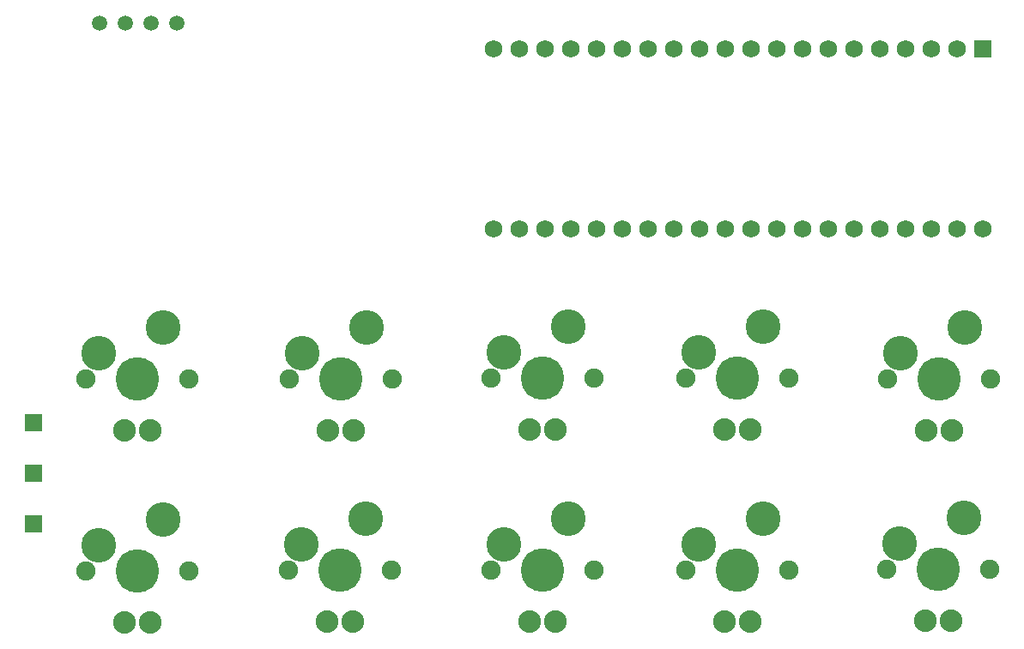
<source format=gbr>
G04 EAGLE Gerber RS-274X export*
G75*
%MOMM*%
%FSLAX34Y34*%
%LPD*%
%INSoldermask Bottom*%
%IPPOS*%
%AMOC8*
5,1,8,0,0,1.08239X$1,22.5*%
G01*
G04 Define Apertures*
%ADD10C,4.292600*%
%ADD11C,1.910081*%
%ADD12C,2.235200*%
%ADD13C,3.429000*%
%ADD14R,1.711200X1.711200*%
%ADD15C,1.511200*%
%ADD16C,1.727200*%
%ADD17R,1.727200X1.727200*%
D10*
X348300Y149007D03*
D11*
X297500Y149007D03*
X399100Y149007D03*
D12*
X335600Y98207D03*
X361000Y98207D03*
D13*
X310200Y174407D03*
X373700Y199807D03*
D10*
X1138624Y338424D03*
D11*
X1087824Y338424D03*
X1189424Y338424D03*
D12*
X1125924Y287624D03*
X1151324Y287624D03*
D13*
X1100524Y363824D03*
X1164024Y389224D03*
D10*
X548200Y149600D03*
D11*
X497400Y149600D03*
X599000Y149600D03*
D12*
X535500Y98800D03*
X560900Y98800D03*
D13*
X510100Y175000D03*
X573600Y200400D03*
D10*
X748000Y149382D03*
D11*
X697200Y149382D03*
X798800Y149382D03*
D12*
X735300Y98582D03*
X760700Y98582D03*
D13*
X709900Y174782D03*
X773400Y200182D03*
D10*
X940000Y150000D03*
D11*
X889200Y150000D03*
X990800Y150000D03*
D12*
X927300Y99200D03*
X952700Y99200D03*
D13*
X901900Y175400D03*
X965400Y200800D03*
D10*
X1138300Y150800D03*
D11*
X1087500Y150800D03*
X1189100Y150800D03*
D12*
X1125600Y100000D03*
X1151000Y100000D03*
D13*
X1100200Y176200D03*
X1163700Y201600D03*
D10*
X549200Y338800D03*
D11*
X498400Y338800D03*
X600000Y338800D03*
D12*
X536500Y288000D03*
X561900Y288000D03*
D13*
X511100Y364200D03*
X574600Y389600D03*
D10*
X348100Y338800D03*
D11*
X297300Y338800D03*
X398900Y338800D03*
D12*
X335400Y288000D03*
X360800Y288000D03*
D13*
X310000Y364200D03*
X373500Y389600D03*
D10*
X748086Y339661D03*
D11*
X697286Y339661D03*
X798886Y339661D03*
D12*
X735386Y288861D03*
X760786Y288861D03*
D13*
X709986Y365061D03*
X773486Y390461D03*
D10*
X940300Y339000D03*
D11*
X889500Y339000D03*
X991100Y339000D03*
D12*
X927600Y288200D03*
X953000Y288200D03*
D13*
X902200Y364400D03*
X965700Y389800D03*
D14*
X245300Y295000D03*
X245300Y245000D03*
X245300Y195000D03*
D15*
X311000Y690000D03*
X336400Y690000D03*
X361800Y690000D03*
X387200Y690000D03*
D16*
X1156820Y664696D03*
X1131420Y664696D03*
X1106020Y664696D03*
X1080620Y664696D03*
X1055220Y664696D03*
X1029820Y664696D03*
X1004420Y664696D03*
X979020Y664696D03*
X953620Y664696D03*
X928220Y664696D03*
X902820Y664696D03*
X877420Y664696D03*
X852020Y664696D03*
X826620Y664696D03*
X801220Y664696D03*
X775820Y664696D03*
X750420Y664696D03*
X725020Y664696D03*
X699620Y664696D03*
D17*
X1182220Y664696D03*
D16*
X1182220Y486896D03*
X1156820Y486896D03*
X1131420Y486896D03*
X1106020Y486896D03*
X1080620Y486896D03*
X1055220Y486896D03*
X1029820Y486896D03*
X1004420Y486896D03*
X979020Y486896D03*
X953620Y486896D03*
X928220Y486896D03*
X902820Y486896D03*
X877420Y486896D03*
X852020Y486896D03*
X826620Y486896D03*
X801220Y486896D03*
X775820Y486896D03*
X750420Y486896D03*
X725020Y486896D03*
X699620Y486896D03*
M02*

</source>
